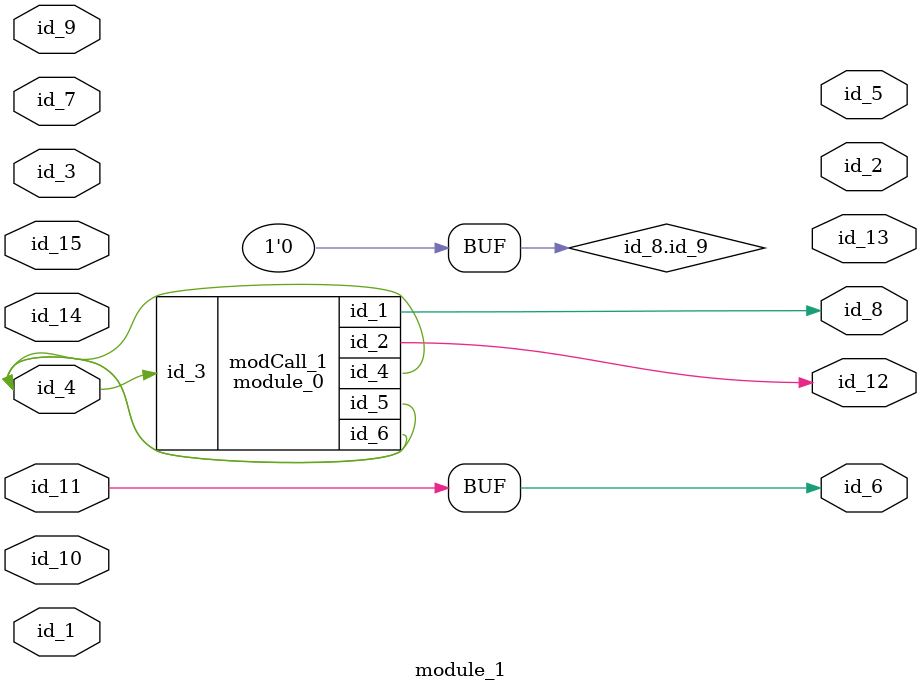
<source format=v>
module module_0 (
    id_1,
    id_2,
    id_3,
    id_4,
    id_5,
    id_6
);
  output wire id_6;
  inout wire id_5;
  inout wire id_4;
  input wire id_3;
  output wire id_2;
  output wire id_1;
  assign id_4 = -1 + id_3 & id_3;
  assign id_5 = id_4;
  assign module_1.id_9 = 0;
endmodule
module module_1 (
    id_1,
    id_2,
    id_3,
    id_4,
    id_5,
    id_6,
    id_7,
    id_8,
    id_9,
    id_10,
    id_11,
    id_12,
    id_13,
    id_14,
    id_15
);
  input wire id_15;
  inout wire id_14;
  output wire id_13;
  output wire id_12;
  input wire id_11;
  input wire id_10;
  input wire id_9;
  output wire id_8;
  inout wire id_7;
  output wire id_6;
  output wire id_5;
  inout wire id_4;
  inout wire id_3;
  output wire id_2;
  inout wire id_1;
  assign id_8.id_9 = 1'b0;
  module_0 modCall_1 (
      id_8,
      id_12,
      id_4,
      id_4,
      id_4,
      id_4
  );
  assign id_6 = id_11;
endmodule

</source>
